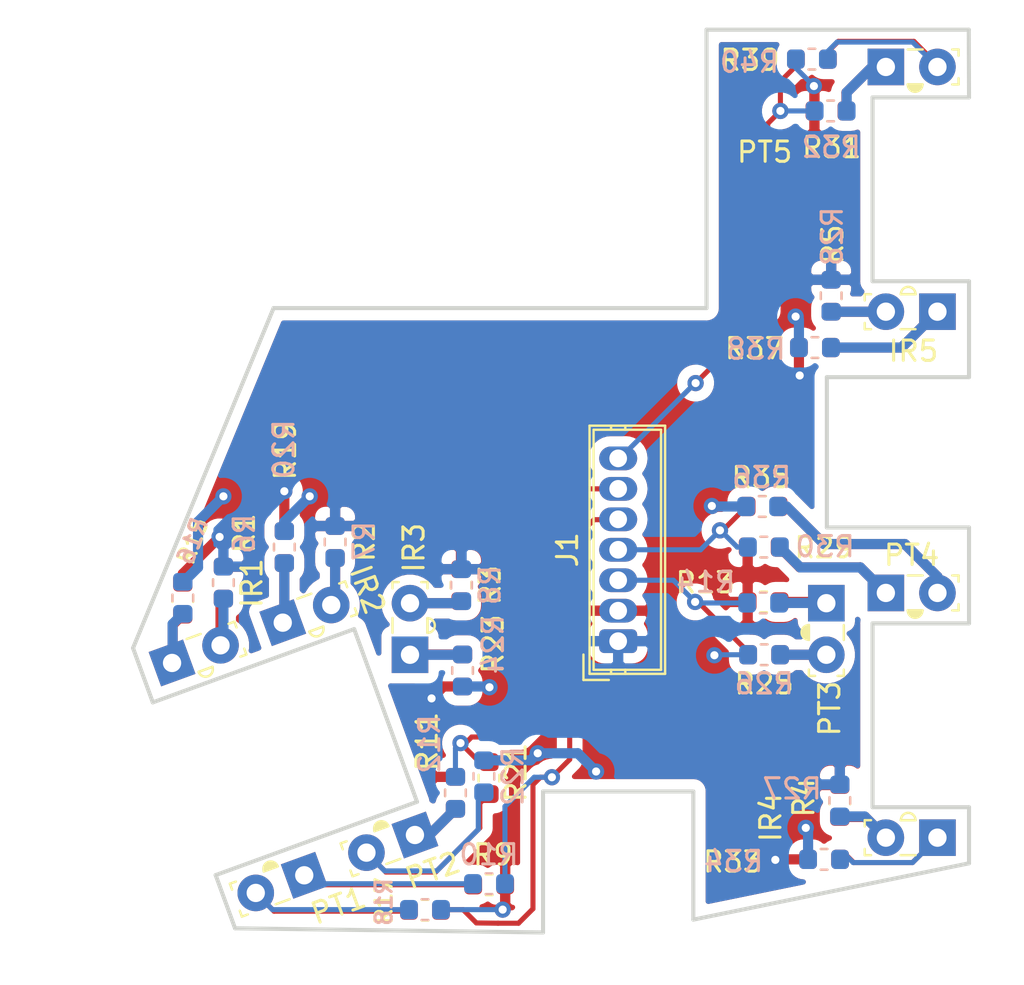
<source format=kicad_pcb>
(kicad_pcb (version 20171130) (host pcbnew 5.1.9+dfsg1-1~bpo10+1)
  (layers (0 F.Cu signal) (31 B.Cu signal) (34 B.Paste user) (35 F.Paste user) (36 B.SilkS user) (37 F.SilkS user) (38 B.Mask user) (39 F.Mask user) (44 Edge.Cuts user))
  (net 0 "")
  (net 1 +5V)
  (net 2 "Net-(IR1-Pad1)")
  (net 3 "Net-(IR2-Pad1)")
  (net 4 "Net-(IR3-Pad1)")
  (net 5 "Net-(IR4-Pad1)")
  (net 6 "Net-(IR5-Pad1)")
  (net 7 GND)
  (net 8 "Net-(IR1-Pad2)")
  (net 9 "Net-(IR2-Pad2)")
  (net 10 "Net-(IR3-Pad2)")
  (net 11 "Net-(IR4-Pad2)")
  (net 12 "Net-(IR5-Pad2)")
  (net 13 /C2)
  (net 14 /C3)
  (net 15 /C4)
  (net 16 /C5)
  (net 17 "Net-(PT1-Pad1)")
  (net 18 "Net-(PT1-Pad2)")
  (net 19 "Net-(PT2-Pad1)")
  (net 20 "Net-(PT2-Pad2)")
  (net 21 "Net-(PT3-Pad1)")
  (net 22 "Net-(PT3-Pad2)")
  (net 23 "Net-(PT4-Pad1)")
  (net 24 "Net-(PT4-Pad2)")
  (net 25 "Net-(PT5-Pad1)")
  (net 26 "Net-(PT5-Pad2)")
  (net 27 /C1)
  (module lalboard:PT908-7C-F (layer F.Cu) (at 134.794126 148.709622 200)
    (fp_text reference PT2 (at -0.230171 -1.94019 20) (layer F.SilkS))
    (fp_text value PT908-7B-F)
    (pad 1 thru_hole rect (at 0 0 200) (size 1.8 1.8) (drill 0.9) (layers *.Cu *.Mask) (net 19 "Net-(PT2-Pad1)"))
    (pad 2 thru_hole circle (at 2.54 0 200) (size 1.8 1.8) (drill 0.9) (layers *.Cu *.Mask) (net 20 "Net-(PT2-Pad2)"))
  )
  (module Resistor_SMD:R_0603_1608Metric (layer B.Cu) (at 154.339 110.509081 180)
    (fp_text reference R40 (at 3.075 -0.15) (layer B.SilkS) (effects (justify mirror)))
    (fp_text value 0)
    (pad 2 smd roundrect (at 0.7875 0 180) (size 0.875 0.95) (layers B.Cu B.Paste B.Mask) (net 1 +5V))
    (pad 1 smd roundrect (at -0.7875 0 180) (size 0.875 0.95) (layers B.Cu B.Paste B.Mask) (net 26 "Net-(PT5-Pad2)"))
  )
  (module Resistor_SMD:R_0603_1608Metric (layer F.Cu) (at 154.339 110.509081 180)
    (fp_text reference R39 (at 3.05 -0.05) (layer F.SilkS))
    (fp_text value 0)
    (pad 2 smd roundrect (at 0.7875 0 180) (size 0.875 0.95) (layers F.Cu F.Paste F.Mask) (net 16 /C5))
    (pad 1 smd roundrect (at -0.7875 0 180) (size 0.875 0.95) (layers F.Cu F.Paste F.Mask) (net 26 "Net-(PT5-Pad2)"))
  )
  (module Resistor_SMD:R_0603_1608Metric (layer B.Cu) (at 154.489 124.709081 180)
    (fp_text reference R38 (at 2.9 -0.075) (layer B.SilkS) (effects (justify mirror)))
    (fp_text value 150)
    (pad 2 smd roundrect (at 0.7875 0 180) (size 0.875 0.95) (layers B.Cu B.Paste B.Mask) (net 1 +5V))
    (pad 1 smd roundrect (at -0.7875 0 180) (size 0.875 0.95) (layers B.Cu B.Paste B.Mask) (net 6 "Net-(IR5-Pad1)"))
  )
  (module Resistor_SMD:R_0603_1608Metric (layer F.Cu) (at 154.489 124.709081 180)
    (fp_text reference R37 (at 2.975 -0.05) (layer F.SilkS))
    (fp_text value 0)
    (pad 2 smd roundrect (at 0.7875 0 180) (size 0.875 0.95) (layers F.Cu F.Paste F.Mask) (net 7 GND))
    (pad 1 smd roundrect (at -0.7875 0 180) (size 0.875 0.95) (layers F.Cu F.Paste F.Mask) (net 6 "Net-(IR5-Pad1)"))
  )
  (module Resistor_SMD:R_0603_1608Metric (layer B.Cu) (at 151.889 132.534081 180)
    (fp_text reference R36 (at 0.025 1.43) (layer B.SilkS) (effects (justify mirror)))
    (fp_text value 0)
    (pad 2 smd roundrect (at 0.7875 0 180) (size 0.875 0.95) (layers B.Cu B.Paste B.Mask) (net 1 +5V))
    (pad 1 smd roundrect (at -0.7875 0 180) (size 0.875 0.95) (layers B.Cu B.Paste B.Mask) (net 24 "Net-(PT4-Pad2)"))
  )
  (module Resistor_SMD:R_0603_1608Metric (layer F.Cu) (at 151.914 132.534081 180)
    (fp_text reference R35 (at 0.075 1.425) (layer F.SilkS))
    (fp_text value 0)
    (pad 2 smd roundrect (at 0.7875 0 180) (size 0.875 0.95) (layers F.Cu F.Paste F.Mask) (net 15 /C4))
    (pad 1 smd roundrect (at -0.7875 0 180) (size 0.875 0.95) (layers F.Cu F.Paste F.Mask) (net 24 "Net-(PT4-Pad2)"))
  )
  (module Resistor_SMD:R_0603_1608Metric (layer B.Cu) (at 154.939 149.909081 180)
    (fp_text reference R34 (at 4.45 -0.1) (layer B.SilkS) (effects (justify mirror)))
    (fp_text value 150)
    (pad 2 smd roundrect (at 0.7875 0 180) (size 0.875 0.95) (layers B.Cu B.Paste B.Mask) (net 1 +5V))
    (pad 1 smd roundrect (at -0.7875 0 180) (size 0.875 0.95) (layers B.Cu B.Paste B.Mask) (net 5 "Net-(IR4-Pad1)"))
  )
  (module Resistor_SMD:R_0603_1608Metric (layer F.Cu) (at 154.939 149.909081 180)
    (fp_text reference R33 (at 4.5 -0.125) (layer F.SilkS))
    (fp_text value 0)
    (pad 2 smd roundrect (at 0.7875 0 180) (size 0.875 0.95) (layers F.Cu F.Paste F.Mask) (net 7 GND))
    (pad 1 smd roundrect (at -0.7875 0 180) (size 0.875 0.95) (layers F.Cu F.Paste F.Mask) (net 5 "Net-(IR4-Pad1)"))
  )
  (module Resistor_SMD:R_0603_1608Metric (layer B.Cu) (at 155.264 113.059081)
    (fp_text reference R32 (at 0.025 1.775) (layer B.SilkS) (effects (justify mirror)))
    (fp_text value 0)
    (pad 2 smd roundrect (at 0.7875 0) (size 0.875 0.95) (layers B.Cu B.Paste B.Mask) (net 25 "Net-(PT5-Pad1)"))
    (pad 1 smd roundrect (at -0.7875 0) (size 0.875 0.95) (layers B.Cu B.Paste B.Mask) (net 16 /C5))
  )
  (module Resistor_SMD:R_0603_1608Metric (layer F.Cu) (at 155.2515 113.059081)
    (fp_text reference R31 (at 0.0625 1.8) (layer F.SilkS))
    (fp_text value 0)
    (pad 2 smd roundrect (at 0.7875 0) (size 0.875 0.95) (layers F.Cu F.Paste F.Mask) (net 25 "Net-(PT5-Pad1)"))
    (pad 1 smd roundrect (at -0.7875 0) (size 0.875 0.95) (layers F.Cu F.Paste F.Mask) (net 1 +5V))
  )
  (module Resistor_SMD:R_0603_1608Metric (layer B.Cu) (at 151.9765 134.534081)
    (fp_text reference R30 (at 3.0125 -0.025) (layer B.SilkS) (effects (justify mirror)))
    (fp_text value 0)
    (pad 2 smd roundrect (at 0.7875 0) (size 0.875 0.95) (layers B.Cu B.Paste B.Mask) (net 23 "Net-(PT4-Pad1)"))
    (pad 1 smd roundrect (at -0.7875 0) (size 0.875 0.95) (layers B.Cu B.Paste B.Mask) (net 15 /C4))
  )
  (module Resistor_SMD:R_0603_1608Metric (layer F.Cu) (at 151.964 134.534081)
    (fp_text reference R29 (at 2.975 0.025) (layer F.SilkS))
    (fp_text value 0)
    (pad 2 smd roundrect (at 0.7875 0) (size 0.875 0.95) (layers F.Cu F.Paste F.Mask) (net 23 "Net-(PT4-Pad1)"))
    (pad 1 smd roundrect (at -0.7875 0) (size 0.875 0.95) (layers F.Cu F.Paste F.Mask) (net 1 +5V))
  )
  (module Resistor_SMD:R_0603_1608Metric (layer B.Cu) (at 155.289 122.159081 270)
    (fp_text reference R28 (at -2.925 -0.05 90) (layer B.SilkS) (effects (justify mirror)))
    (fp_text value 0)
    (pad 2 smd roundrect (at 0.7875 0 270) (size 0.875 0.95) (layers B.Cu B.Paste B.Mask) (net 12 "Net-(IR5-Pad2)"))
    (pad 1 smd roundrect (at -0.7875 0 270) (size 0.875 0.95) (layers B.Cu B.Paste B.Mask) (net 7 GND))
  )
  (module Resistor_SMD:R_0603_1608Metric (layer B.Cu) (at 155.714 147.009081 270)
    (fp_text reference R27 (at -0.575 2.35 180) (layer B.SilkS) (effects (justify mirror)))
    (fp_text value 0)
    (pad 2 smd roundrect (at 0.7875 0 270) (size 0.875 0.95) (layers B.Cu B.Paste B.Mask) (net 11 "Net-(IR4-Pad2)"))
    (pad 1 smd roundrect (at -0.7875 0 270) (size 0.875 0.95) (layers B.Cu B.Paste B.Mask) (net 7 GND))
  )
  (module Resistor_SMD:R_0603_1608Metric (layer B.Cu) (at 151.989 139.834081 180)
    (fp_text reference R26 (at 0 -1.425) (layer B.SilkS) (effects (justify mirror)))
    (fp_text value 0)
    (pad 2 smd roundrect (at 0.7875 0 180) (size 0.875 0.95) (layers B.Cu B.Paste B.Mask) (net 1 +5V))
    (pad 1 smd roundrect (at -0.7875 0 180) (size 0.875 0.95) (layers B.Cu B.Paste B.Mask) (net 22 "Net-(PT3-Pad2)"))
  )
  (module Resistor_SMD:R_0603_1608Metric (layer F.Cu) (at 151.989 139.834081 180)
    (fp_text reference R25 (at 0 -1.43) (layer F.SilkS))
    (fp_text value 0)
    (pad 2 smd roundrect (at 0.7875 0 180) (size 0.875 0.95) (layers F.Cu F.Paste F.Mask) (net 14 /C3))
    (pad 1 smd roundrect (at -0.7875 0 180) (size 0.875 0.95) (layers F.Cu F.Paste F.Mask) (net 22 "Net-(PT3-Pad2)"))
  )
  (module Resistor_SMD:R_0603_1608Metric (layer B.Cu) (at 137.139 140.609081 270)
    (fp_text reference R24 (at -1.275 -1.5 90) (layer B.SilkS) (effects (justify mirror)))
    (fp_text value 150)
    (pad 2 smd roundrect (at 0.7875 0 270) (size 0.875 0.95) (layers B.Cu B.Paste B.Mask) (net 1 +5V))
    (pad 1 smd roundrect (at -0.7875 0 270) (size 0.875 0.95) (layers B.Cu B.Paste B.Mask) (net 4 "Net-(IR3-Pad1)"))
  )
  (module Resistor_SMD:R_0603_1608Metric (layer F.Cu) (at 137.139 140.609081 270)
    (fp_text reference R23 (at -1.3 -1.5 90) (layer F.SilkS))
    (fp_text value 0)
    (pad 2 smd roundrect (at 0.7875 0 270) (size 0.875 0.95) (layers F.Cu F.Paste F.Mask) (net 7 GND))
    (pad 1 smd roundrect (at -0.7875 0 270) (size 0.875 0.95) (layers F.Cu F.Paste F.Mask) (net 4 "Net-(IR3-Pad1)"))
  )
  (module Resistor_SMD:R_0603_1608Metric (layer B.Cu) (at 138.189 145.821581 90)
    (fp_text reference R22 (at 0 1.43 90) (layer B.SilkS) (effects (justify mirror)))
    (fp_text value 0)
    (pad 2 smd roundrect (at 0.7875 0 90) (size 0.875 0.95) (layers B.Cu B.Paste B.Mask) (net 1 +5V))
    (pad 1 smd roundrect (at -0.7875 0 90) (size 0.875 0.95) (layers B.Cu B.Paste B.Mask) (net 20 "Net-(PT2-Pad2)"))
  )
  (module Resistor_SMD:R_0603_1608Metric (layer F.Cu) (at 138.439 145.909081 90)
    (fp_text reference R21 (at 0.275 1.325 90) (layer F.SilkS))
    (fp_text value 0)
    (pad 2 smd roundrect (at 0.7875 0 90) (size 0.875 0.95) (layers F.Cu F.Paste F.Mask) (net 13 /C2))
    (pad 1 smd roundrect (at -0.7875 0 90) (size 0.875 0.95) (layers F.Cu F.Paste F.Mask) (net 20 "Net-(PT2-Pad2)"))
  )
  (module Resistor_SMD:R_0603_1608Metric (layer B.Cu) (at 128.364 134.534081 90)
    (fp_text reference R20 (at 4.825 -0.025 270) (layer B.SilkS) (effects (justify mirror)))
    (fp_text value 150)
    (pad 2 smd roundrect (at 0.7875 0 90) (size 0.875 0.95) (layers B.Cu B.Paste B.Mask) (net 1 +5V))
    (pad 1 smd roundrect (at -0.7875 0 90) (size 0.875 0.95) (layers B.Cu B.Paste B.Mask) (net 3 "Net-(IR2-Pad1)"))
  )
  (module Resistor_SMD:R_0603_1608Metric (layer F.Cu) (at 128.364 134.534081 90)
    (fp_text reference R19 (at 4.75 0.05 90) (layer F.SilkS))
    (fp_text value 0)
    (pad 2 smd roundrect (at 0.7875 0 90) (size 0.875 0.95) (layers F.Cu F.Paste F.Mask) (net 7 GND))
    (pad 1 smd roundrect (at -0.7875 0 90) (size 0.875 0.95) (layers F.Cu F.Paste F.Mask) (net 3 "Net-(IR2-Pad1)"))
  )
  (module Resistor_SMD:R_0603_1608Metric (layer B.Cu) (at 135.289 152.384081)
    (fp_text reference R18 (at -2.025 -0.375 90) (layer B.SilkS) (effects (font (size 0.8 0.8)) (justify mirror)))
    (fp_text value 0)
    (pad 2 smd roundrect (at 0.7875 0) (size 0.875 0.95) (layers B.Cu B.Paste B.Mask) (net 1 +5V))
    (pad 1 smd roundrect (at -0.7875 0) (size 0.875 0.95) (layers B.Cu B.Paste B.Mask) (net 18 "Net-(PT1-Pad2)"))
  )
  (module Resistor_SMD:R_0603_1608Metric (layer F.Cu) (at 135.289 152.409081)
    (fp_text reference R17 (at -2.025 -0.45 90) (layer F.SilkS) (effects (font (size 0.8 0.8))))
    (fp_text value 0)
    (pad 2 smd roundrect (at 0.7875 0) (size 0.875 0.95) (layers F.Cu F.Paste F.Mask) (net 27 /C1))
    (pad 1 smd roundrect (at -0.7875 0) (size 0.875 0.95) (layers F.Cu F.Paste F.Mask) (net 18 "Net-(PT1-Pad2)"))
  )
  (module Resistor_SMD:R_0603_1608Metric (layer B.Cu) (at 123.364 137.034081 90)
    (fp_text reference R16 (at 2.8 0.475 250) (layer B.SilkS) (effects (font (size 0.8 0.8)) (justify mirror)))
    (fp_text value 150)
    (pad 2 smd roundrect (at 0.7875 0 90) (size 0.875 0.95) (layers B.Cu B.Paste B.Mask) (net 1 +5V))
    (pad 1 smd roundrect (at -0.7875 0 90) (size 0.875 0.95) (layers B.Cu B.Paste B.Mask) (net 2 "Net-(IR1-Pad1)"))
  )
  (module Resistor_SMD:R_0603_1608Metric (layer F.Cu) (at 123.364 137.071581 90)
    (fp_text reference R15 (at 2.8375 0.5 250) (layer F.SilkS) (effects (font (size 0.8 0.8))))
    (fp_text value 0)
    (pad 2 smd roundrect (at 0.7875 0 90) (size 0.875 0.95) (layers F.Cu F.Paste F.Mask) (net 7 GND))
    (pad 1 smd roundrect (at -0.7875 0 90) (size 0.875 0.95) (layers F.Cu F.Paste F.Mask) (net 2 "Net-(IR1-Pad1)"))
  )
  (module Resistor_SMD:R_0603_1608Metric (layer B.Cu) (at 151.939 137.284081)
    (fp_text reference R14 (at -2.825 -1.025) (layer B.SilkS) (effects (justify mirror)))
    (fp_text value 0)
    (pad 2 smd roundrect (at 0.7875 0) (size 0.875 0.95) (layers B.Cu B.Paste B.Mask) (net 21 "Net-(PT3-Pad1)"))
    (pad 1 smd roundrect (at -0.7875 0) (size 0.875 0.95) (layers B.Cu B.Paste B.Mask) (net 14 /C3))
  )
  (module Resistor_SMD:R_0603_1608Metric (layer F.Cu) (at 151.964 137.234081)
    (fp_text reference R13 (at -2.875 -0.95) (layer F.SilkS))
    (fp_text value 0)
    (pad 2 smd roundrect (at 0.7875 0) (size 0.875 0.95) (layers F.Cu F.Paste F.Mask) (net 21 "Net-(PT3-Pad1)"))
    (pad 1 smd roundrect (at -0.7875 0) (size 0.875 0.95) (layers F.Cu F.Paste F.Mask) (net 1 +5V))
  )
  (module Resistor_SMD:R_0603_1608Metric (layer B.Cu) (at 136.789 146.634081 270)
    (fp_text reference R12 (at -2.4 1.275 90) (layer B.SilkS) (effects (justify mirror)))
    (fp_text value 0)
    (pad 2 smd roundrect (at 0.7875 0 270) (size 0.875 0.95) (layers B.Cu B.Paste B.Mask) (net 19 "Net-(PT2-Pad1)"))
    (pad 1 smd roundrect (at -0.7875 0 270) (size 0.875 0.95) (layers B.Cu B.Paste B.Mask) (net 13 /C2))
  )
  (module Resistor_SMD:R_0603_1608Metric (layer F.Cu) (at 136.789 146.634081 270)
    (fp_text reference R11 (at -2.525 1.4 90) (layer F.SilkS))
    (fp_text value 0)
    (pad 2 smd roundrect (at 0.7875 0 270) (size 0.875 0.95) (layers F.Cu F.Paste F.Mask) (net 19 "Net-(PT2-Pad1)"))
    (pad 1 smd roundrect (at -0.7875 0 270) (size 0.875 0.95) (layers F.Cu F.Paste F.Mask) (net 1 +5V))
  )
  (module Resistor_SMD:R_0603_1608Metric (layer B.Cu) (at 138.439 151.109081 180)
    (fp_text reference R10 (at 0 1.43) (layer B.SilkS) (effects (justify mirror)))
    (fp_text value 0)
    (pad 2 smd roundrect (at 0.7875 0 180) (size 0.875 0.95) (layers B.Cu B.Paste B.Mask) (net 17 "Net-(PT1-Pad1)"))
    (pad 1 smd roundrect (at -0.7875 0 180) (size 0.875 0.95) (layers B.Cu B.Paste B.Mask) (net 27 /C1))
  )
  (module Resistor_SMD:R_0603_1608Metric (layer F.Cu) (at 138.4515 151.159081 180)
    (fp_text reference R9 (at -0.1875 1.475) (layer F.SilkS))
    (fp_text value 0)
    (pad 2 smd roundrect (at 0.7875 0 180) (size 0.875 0.95) (layers F.Cu F.Paste F.Mask) (net 17 "Net-(PT1-Pad1)"))
    (pad 1 smd roundrect (at -0.7875 0 180) (size 0.875 0.95) (layers F.Cu F.Paste F.Mask) (net 1 +5V))
  )
  (module Resistor_SMD:R_0603_1608Metric (layer B.Cu) (at 137.089 136.409081 270)
    (fp_text reference R8 (at 0 -1.4 90) (layer B.SilkS) (effects (justify mirror)))
    (fp_text value 0)
    (pad 2 smd roundrect (at 0.7875 0 270) (size 0.875 0.95) (layers B.Cu B.Paste B.Mask) (net 10 "Net-(IR3-Pad2)"))
    (pad 1 smd roundrect (at -0.7875 0 270) (size 0.875 0.95) (layers B.Cu B.Paste B.Mask) (net 7 GND))
  )
  (module Resistor_SMD:R_0603_1608Metric (layer B.Cu) (at 130.864 134.284081 270)
    (fp_text reference R7 (at -0.05 -1.425 90) (layer B.SilkS) (effects (justify mirror)))
    (fp_text value 0)
    (pad 2 smd roundrect (at 0.7875 0 270) (size 0.875 0.95) (layers B.Cu B.Paste B.Mask) (net 9 "Net-(IR2-Pad2)"))
    (pad 1 smd roundrect (at -0.7875 0 270) (size 0.875 0.95) (layers B.Cu B.Paste B.Mask) (net 7 GND))
  )
  (module Resistor_SMD:R_0603_1608Metric (layer B.Cu) (at 125.364 136.284081 270)
    (fp_text reference R6 (at -2.4 -1.025 270) (layer B.SilkS) (effects (justify mirror)))
    (fp_text value 0)
    (pad 2 smd roundrect (at 0.7875 0 270) (size 0.875 0.95) (layers B.Cu B.Paste B.Mask) (net 8 "Net-(IR1-Pad2)"))
    (pad 1 smd roundrect (at -0.7875 0 270) (size 0.875 0.95) (layers B.Cu B.Paste B.Mask) (net 7 GND))
  )
  (module Resistor_SMD:R_0603_1608Metric (layer F.Cu) (at 155.289 122.159081 270)
    (fp_text reference R5 (at -2.525 -0.075 90) (layer F.SilkS))
    (fp_text value 150)
    (pad 2 smd roundrect (at 0.7875 0 270) (size 0.875 0.95) (layers F.Cu F.Paste F.Mask) (net 12 "Net-(IR5-Pad2)"))
    (pad 1 smd roundrect (at -0.7875 0 270) (size 0.875 0.95) (layers F.Cu F.Paste F.Mask) (net 1 +5V))
  )
  (module Resistor_SMD:R_0603_1608Metric (layer F.Cu) (at 155.714 147.034081 270)
    (fp_text reference R4 (at -0.175 1.775 90) (layer F.SilkS))
    (fp_text value 150)
    (pad 2 smd roundrect (at 0.7875 0 270) (size 0.875 0.95) (layers F.Cu F.Paste F.Mask) (net 11 "Net-(IR4-Pad2)"))
    (pad 1 smd roundrect (at -0.7875 0 270) (size 0.875 0.95) (layers F.Cu F.Paste F.Mask) (net 1 +5V))
  )
  (module Resistor_SMD:R_0603_1608Metric (layer F.Cu) (at 137.064 136.409081 270)
    (fp_text reference R3 (at 0 -1.43 90) (layer F.SilkS))
    (fp_text value 150)
    (pad 2 smd roundrect (at 0.7875 0 270) (size 0.875 0.95) (layers F.Cu F.Paste F.Mask) (net 10 "Net-(IR3-Pad2)"))
    (pad 1 smd roundrect (at -0.7875 0 270) (size 0.875 0.95) (layers F.Cu F.Paste F.Mask) (net 1 +5V))
  )
  (module Resistor_SMD:R_0603_1608Metric (layer F.Cu) (at 130.864 134.284081 270)
    (fp_text reference R2 (at 0 -1.43 90) (layer F.SilkS))
    (fp_text value 150)
    (pad 2 smd roundrect (at 0.7875 0 270) (size 0.875 0.95) (layers F.Cu F.Paste F.Mask) (net 9 "Net-(IR2-Pad2)"))
    (pad 1 smd roundrect (at -0.7875 0 270) (size 0.875 0.95) (layers F.Cu F.Paste F.Mask) (net 1 +5V))
  )
  (module Resistor_SMD:R_0603_1608Metric (layer F.Cu) (at 125.364 136.284081 270)
    (fp_text reference R1 (at -2.425 -1.025 90) (layer F.SilkS))
    (fp_text value 150)
    (pad 2 smd roundrect (at 0.7875 0 270) (size 0.875 0.95) (layers F.Cu F.Paste F.Mask) (net 8 "Net-(IR1-Pad2)"))
    (pad 1 smd roundrect (at -0.7875 0 270) (size 0.875 0.95) (layers F.Cu F.Paste F.Mask) (net 1 +5V))
  )
  (module lalboard:PT908-7C-F (layer F.Cu) (at 157.981261 110.893053)
    (fp_text reference PT5 (at -5.967261 4.191028) (layer F.SilkS))
    (fp_text value PT908-7B-F)
    (pad 1 thru_hole rect (at 0 0) (size 1.8 1.8) (drill 0.9) (layers *.Cu *.Mask) (net 25 "Net-(PT5-Pad1)"))
    (pad 2 thru_hole circle (at 2.54 0) (size 1.8 1.8) (drill 0.9) (layers *.Cu *.Mask) (net 26 "Net-(PT5-Pad2)"))
  )
  (module lalboard:PT908-7C-F (layer F.Cu) (at 157.981261 136.790971)
    (fp_text reference PT4 (at 1.27 -1.86) (layer F.SilkS))
    (fp_text value PT908-7B-F)
    (pad 1 thru_hole rect (at 0 0) (size 1.8 1.8) (drill 0.9) (layers *.Cu *.Mask) (net 23 "Net-(PT4-Pad1)"))
    (pad 2 thru_hole circle (at 2.54 0) (size 1.8 1.8) (drill 0.9) (layers *.Cu *.Mask) (net 24 "Net-(PT4-Pad2)"))
  )
  (module lalboard:PT908-7C-F (layer F.Cu) (at 155.051261 137.295972 270)
    (fp_text reference PT3 (at 5.188109 -0.162739 90) (layer F.SilkS))
    (fp_text value PT908-7B-F)
    (pad 1 thru_hole rect (at 0 0 270) (size 1.8 1.8) (drill 0.9) (layers *.Cu *.Mask) (net 21 "Net-(PT3-Pad1)"))
    (pad 2 thru_hole circle (at 2.54 0 270) (size 1.8 1.8) (drill 0.9) (layers *.Cu *.Mask) (net 22 "Net-(PT3-Pad2)"))
  )
  (module lalboard:PT908-7C-F (layer F.Cu) (at 129.343911 150.693339 200)
    (fp_text reference PT1 (at -1.068903 -1.975464 20) (layer F.SilkS))
    (fp_text value PT908-7B-F)
    (pad 1 thru_hole rect (at 0 0 200) (size 1.8 1.8) (drill 0.9) (layers *.Cu *.Mask) (net 17 "Net-(PT1-Pad1)"))
    (pad 2 thru_hole circle (at 2.54 0 200) (size 1.8 1.8) (drill 0.9) (layers *.Cu *.Mask) (net 18 "Net-(PT1-Pad2)"))
  )
  (module lalboard:IR908-7C-F (layer F.Cu) (at 160.521262 122.943051 180)
    (fp_text reference IR5 (at 1.182262 -1.94103) (layer F.SilkS))
    (fp_text value IR908-7C-F)
    (pad 1 thru_hole rect (at 0 0 180) (size 1.8 1.8) (drill 0.9) (layers *.Cu *.Mask) (net 6 "Net-(IR5-Pad1)"))
    (pad 2 thru_hole circle (at 2.54 0 180) (size 1.8 1.8) (drill 0.9) (layers *.Cu *.Mask) (net 12 "Net-(IR5-Pad2)"))
  )
  (module lalboard:IR908-7C-F (layer F.Cu) (at 160.521261 148.84097 180)
    (fp_text reference IR4 (at 8.207261 1.006889 90) (layer F.SilkS))
    (fp_text value IR908-7C-F)
    (pad 1 thru_hole rect (at 0 0 180) (size 1.8 1.8) (drill 0.9) (layers *.Cu *.Mask) (net 5 "Net-(IR4-Pad1)"))
    (pad 2 thru_hole circle (at 2.54 0 180) (size 1.8 1.8) (drill 0.9) (layers *.Cu *.Mask) (net 11 "Net-(IR4-Pad2)"))
  )
  (module lalboard:IR908-7C-F (layer F.Cu) (at 134.551261 139.835972 90)
    (fp_text reference IR3 (at 5.271891 0.192739 90) (layer F.SilkS))
    (fp_text value IR908-7C-F)
    (pad 1 thru_hole rect (at 0 0 90) (size 1.8 1.8) (drill 0.9) (layers *.Cu *.Mask) (net 4 "Net-(IR3-Pad1)"))
    (pad 2 thru_hole circle (at 2.54 0 90) (size 1.8 1.8) (drill 0.9) (layers *.Cu *.Mask) (net 10 "Net-(IR3-Pad2)"))
  )
  (module lalboard:IR908-7C-F (layer F.Cu) (at 128.285965 138.255056 20)
    (fp_text reference IR2 (at 4.480475 -0.094246 110) (layer F.SilkS))
    (fp_text value IR908-7C-F)
    (pad 1 thru_hole rect (at 0 0 20) (size 1.8 1.8) (drill 0.9) (layers *.Cu *.Mask) (net 3 "Net-(IR2-Pad1)"))
    (pad 2 thru_hole circle (at 2.54 0 20) (size 1.8 1.8) (drill 0.9) (layers *.Cu *.Mask) (net 9 "Net-(IR2-Pad2)"))
  )
  (module lalboard:IR908-7C-F (layer F.Cu) (at 122.835749 140.238774 20)
    (fp_text reference IR1 (at 5.035383 -2.349163 270) (layer F.SilkS))
    (fp_text value IR908-7C-F)
    (pad 1 thru_hole rect (at 0 0 20) (size 1.8 1.8) (drill 0.9) (layers *.Cu *.Mask) (net 2 "Net-(IR1-Pad1)"))
    (pad 2 thru_hole circle (at 2.54 0 20) (size 1.8 1.8) (drill 0.9) (layers *.Cu *.Mask) (net 8 "Net-(IR1-Pad2)"))
  )
  (module lalboard:JST_ZH_B7B-ZR_1x07_P1.50mm_Vertical (layer F.Cu) (at 144.80126 139.165973 90)
    (fp_text reference J1 (at 4.5 -2.5 90) (layer F.SilkS))
    (fp_text value Conn_01x07)
    (pad 7 thru_hole oval (at 9 0 90) (size 1.17 1.87) (drill 0.87) (layers *.Cu *.Mask) (net 16 /C5))
    (pad 6 thru_hole oval (at 7.5 0 90) (size 1.17 1.87) (drill 0.87) (layers *.Cu *.Mask) (net 13 /C2))
    (pad 5 thru_hole oval (at 6 0 90) (size 1.17 1.87) (drill 0.87) (layers *.Cu *.Mask) (net 27 /C1))
    (pad 4 thru_hole oval (at 4.5 0 90) (size 1.17 1.87) (drill 0.87) (layers *.Cu *.Mask) (net 15 /C4))
    (pad 3 thru_hole oval (at 3 0 90) (size 1.17 1.87) (drill 0.87) (layers *.Cu *.Mask) (net 14 /C3))
    (pad 2 thru_hole oval (at 1.5 0 90) (size 1.17 1.87) (drill 0.87) (layers *.Cu *.Mask) (net 1 +5V))
    (pad 1 thru_hole roundrect (at 0 0 90) (size 1.17 1.87) (drill 0.87) (layers *.Cu *.Mask) (roundrect_rratio 0.213675) (net 7 GND))
  )
  (gr_line (start 149.151261 109.059081) (end 149.151261 122.765961) (layer Edge.Cuts) (width 0.2))
  (gr_line (start 162.076261 112.393053) (end 162.064 109.059081) (layer Edge.Cuts) (width 0.2))
  (gr_line (start 157.326261 112.393052) (end 162.076261 112.393053) (layer Edge.Cuts) (width 0.2))
  (gr_line (start 157.326261 121.443046) (end 157.326261 112.393052) (layer Edge.Cuts) (width 0.2))
  (gr_line (start 162.07626 121.443043) (end 157.326261 121.443046) (layer Edge.Cuts) (width 0.2))
  (gr_line (start 162.076262 126.167022) (end 162.07626 121.443043) (layer Edge.Cuts) (width 0.2))
  (gr_curve (pts (xy 162.064 109.059081) (xy 157.755666 109.059081) (xy 153.447332 109.059082) (xy 149.151261 109.059081)) (layer Edge.Cuts) (width 0.2))
  (gr_line (start 155.076261 133.567021) (end 155.076261 126.167023) (layer Edge.Cuts) (width 0.2))
  (gr_curve (pts (xy 155.076261 126.167023) (xy 157.409593 126.167023) (xy 159.742928 126.167023) (xy 162.076262 126.167022)) (layer Edge.Cuts) (width 0.2))
  (gr_line (start 162.076261 138.290971) (end 162.07626 133.56702) (layer Edge.Cuts) (width 0.2))
  (gr_line (start 157.32626 138.290971) (end 162.076261 138.290971) (layer Edge.Cuts) (width 0.2))
  (gr_line (start 157.326261 147.340964) (end 157.32626 138.290971) (layer Edge.Cuts) (width 0.2))
  (gr_line (start 162.07626 147.340967) (end 157.326261 147.340964) (layer Edge.Cuts) (width 0.2))
  (gr_line (start 162.076261 150.102711) (end 162.07626 147.340967) (layer Edge.Cuts) (width 0.2))
  (gr_line (start 148.501261 152.87708) (end 162.076261 150.102711) (layer Edge.Cuts) (width 0.2))
  (gr_curve (pts (xy 162.07626 133.56702) (xy 159.742927 133.567019) (xy 157.409593 133.567021) (xy 155.076261 133.567021)) (layer Edge.Cuts) (width 0.2))
  (gr_line (start 141.101261 146.565974) (end 148.501261 146.565975) (layer Edge.Cuts) (width 0.2))
  (gr_curve (pts (xy 148.501261 146.565975) (xy 148.501261 148.669677) (xy 148.50126 150.773378) (xy 148.501261 152.87708)) (layer Edge.Cuts) (width 0.2))
  (gr_line (start 125.93604 153.303271) (end 141.101261 153.509433) (layer Edge.Cuts) (width 0.2))
  (gr_line (start 124.982837 150.684373) (end 125.93604 153.303271) (layer Edge.Cuts) (width 0.2))
  (gr_line (start 134.896595 147.076064) (end 124.982837 150.684373) (layer Edge.Cuts) (width 0.2))
  (gr_line (start 131.801313 138.571855) (end 134.896595 147.076064) (layer Edge.Cuts) (width 0.2))
  (gr_line (start 121.887553 142.180161) (end 131.801313 138.571855) (layer Edge.Cuts) (width 0.2))
  (gr_line (start 120.91372 139.504563) (end 121.887553 142.180161) (layer Edge.Cuts) (width 0.2))
  (gr_line (start 127.834425 122.765963) (end 120.91372 139.504563) (layer Edge.Cuts) (width 0.2))
  (gr_curve (pts (xy 141.101261 153.509433) (xy 141.101261 151.194938) (xy 141.101262 148.880469) (xy 141.101261 146.565974)) (layer Edge.Cuts) (width 0.2))
  (gr_curve (pts (xy 149.151261 122.765961) (xy 142.061583 122.765962) (xy 134.192883 122.765962) (xy 127.834425 122.765963)) (layer Edge.Cuts) (width 0.2))
  (via (at 125.364 132.034081) (size 0.8) (drill 0.4) (layers F.Cu B.Cu) (net 1))
  (segment (start 124.114 133.284081) (end 125.364 132.034081) (width 0.5) (layer B.Cu) (net 1))
  (segment (start 124.114 135.534081) (end 124.114 133.284081) (width 0.5) (layer B.Cu) (net 1))
  (segment (start 123.364 136.246581) (end 123.364 136.284081) (width 0.5) (layer B.Cu) (net 1))
  (segment (start 123.364 136.284081) (end 124.114 135.534081) (width 0.5) (layer B.Cu) (net 1))
  (segment (start 128.364 133.746581) (end 128.364 133.284081) (width 0.5) (layer B.Cu) (net 1))
  (via (at 129.614 132.034081) (size 0.8) (drill 0.4) (layers F.Cu B.Cu) (net 1))
  (segment (start 128.364 133.284081) (end 129.614 132.034081) (width 0.5) (layer B.Cu) (net 1))
  (segment (start 154.1515 148.471581) (end 154.039 148.359081) (width 0.5) (layer B.Cu) (net 1))
  (segment (start 154.1515 149.909081) (end 154.1515 148.471581) (width 0.5) (layer B.Cu) (net 1))
  (via (at 154.039 148.359081) (size 0.8) (drill 0.4) (layers F.Cu B.Cu) (net 1))
  (segment (start 153.7015 124.709081) (end 153.7015 123.346581) (width 0.5) (layer B.Cu) (net 1))
  (via (at 153.539 123.184081) (size 0.8) (drill 0.4) (layers F.Cu B.Cu) (net 1))
  (segment (start 153.7015 123.346581) (end 153.539 123.184081) (width 0.5) (layer B.Cu) (net 1))
  (via (at 138.464 141.434081) (size 0.8) (drill 0.4) (layers F.Cu B.Cu) (net 1))
  (segment (start 137.139 141.396581) (end 138.4265 141.396581) (width 0.5) (layer B.Cu) (net 1))
  (segment (start 138.4265 141.396581) (end 138.464 141.434081) (width 0.5) (layer B.Cu) (net 1))
  (via (at 149.539 139.859081) (size 0.8) (drill 0.4) (layers F.Cu B.Cu) (net 1))
  (segment (start 151.2015 139.834081) (end 149.564 139.834081) (width 0.25) (layer B.Cu) (net 1))
  (segment (start 149.564 139.834081) (end 149.539 139.859081) (width 0.25) (layer B.Cu) (net 1))
  (via (at 149.414 132.509081) (size 0.8) (drill 0.4) (layers F.Cu B.Cu) (net 1))
  (segment (start 151.1015 132.534081) (end 149.439 132.534081) (width 0.5) (layer B.Cu) (net 1))
  (segment (start 149.439 132.534081) (end 149.414 132.509081) (width 0.5) (layer B.Cu) (net 1))
  (via (at 140.839 144.684081) (size 0.8) (drill 0.4) (layers F.Cu B.Cu) (net 1))
  (segment (start 138.189 145.034081) (end 140.489 145.034081) (width 0.5) (layer B.Cu) (net 1))
  (segment (start 140.489 145.034081) (end 140.839 144.684081) (width 0.5) (layer B.Cu) (net 1))
  (segment (start 140.839 144.684081) (end 142.814 144.684081) (width 0.5) (layer B.Cu) (net 1))
  (via (at 143.714 145.584081) (size 0.8) (drill 0.4) (layers F.Cu B.Cu) (net 1))
  (segment (start 142.814 144.684081) (end 143.714 145.584081) (width 0.5) (layer B.Cu) (net 1))
  (via (at 154.439 111.834081) (size 0.8) (drill 0.4) (layers F.Cu B.Cu) (net 1))
  (segment (start 153.5515 110.509081) (end 153.5515 110.946581) (width 0.25) (layer B.Cu) (net 1))
  (segment (start 153.5515 110.946581) (end 154.439 111.834081) (width 0.25) (layer B.Cu) (net 1))
  (via (at 139.114 152.384081) (size 0.8) (drill 0.4) (layers F.Cu B.Cu) (net 1))
  (segment (start 139.139 152.384081) (end 139.22666 152.296421) (width 0.25) (layer B.Cu) (net 1))
  (segment (start 136.0765 152.384081) (end 139.139 152.384081) (width 0.25) (layer B.Cu) (net 1))
  (segment (start 139.239 152.259081) (end 139.114 152.384081) (width 0.25) (layer F.Cu) (net 1))
  (segment (start 139.239 151.159081) (end 139.239 152.259081) (width 0.25) (layer F.Cu) (net 1))
  (segment (start 122.864 140.210523) (end 122.835749 140.238774) (width 0.5) (layer F.Cu) (net 2))
  (segment (start 123.364 137.859081) (end 122.864 138.359081) (width 0.5) (layer F.Cu) (net 2))
  (segment (start 122.864 138.359081) (end 122.864 140.210523) (width 0.5) (layer F.Cu) (net 2))
  (segment (start 122.864 140.210523) (end 122.835749 140.238774) (width 0.5) (layer B.Cu) (net 2))
  (segment (start 123.364 137.821581) (end 122.864 138.321581) (width 0.5) (layer B.Cu) (net 2))
  (segment (start 122.864 138.321581) (end 122.864 140.210523) (width 0.5) (layer B.Cu) (net 2))
  (segment (start 128.364 138.177021) (end 128.285965 138.255056) (width 0.5) (layer F.Cu) (net 3))
  (segment (start 128.364 135.321581) (end 128.364 138.177021) (width 0.5) (layer F.Cu) (net 3))
  (segment (start 128.364 138.177021) (end 128.285965 138.255056) (width 0.5) (layer B.Cu) (net 3))
  (segment (start 128.364 135.321581) (end 128.364 138.177021) (width 0.5) (layer B.Cu) (net 3))
  (segment (start 137.124609 139.835972) (end 137.139 139.821581) (width 0.5) (layer B.Cu) (net 4))
  (segment (start 134.551261 139.835972) (end 137.124609 139.835972) (width 0.5) (layer B.Cu) (net 4))
  (segment (start 134.551261 139.835972) (end 134.551261 139.871342) (width 0.5) (layer F.Cu) (net 4))
  (segment (start 134.601022 139.821581) (end 137.139 139.821581) (width 0.5) (layer F.Cu) (net 4))
  (segment (start 134.551261 139.871342) (end 134.601022 139.821581) (width 0.5) (layer F.Cu) (net 4))
  (segment (start 159.29626 150.065971) (end 156.39589 150.065971) (width 0.25) (layer F.Cu) (net 5))
  (segment (start 160.521261 148.84097) (end 159.29626 150.065971) (width 0.25) (layer F.Cu) (net 5))
  (segment (start 156.39589 150.065971) (end 156.089 149.759081) (width 0.25) (layer F.Cu) (net 5))
  (segment (start 159.29626 150.065971) (end 156.37089 150.065971) (width 0.25) (layer B.Cu) (net 5))
  (segment (start 160.521261 148.84097) (end 159.29626 150.065971) (width 0.25) (layer B.Cu) (net 5))
  (segment (start 156.37089 150.065971) (end 156.039 149.734081) (width 0.25) (layer B.Cu) (net 5))
  (segment (start 158.755232 124.709081) (end 160.521262 122.943051) (width 0.5) (layer F.Cu) (net 6))
  (segment (start 155.2765 124.709081) (end 158.755232 124.709081) (width 0.5) (layer F.Cu) (net 6))
  (segment (start 158.755232 124.709081) (end 160.521262 122.943051) (width 0.5) (layer B.Cu) (net 6))
  (segment (start 155.2765 124.709081) (end 158.755232 124.709081) (width 0.5) (layer B.Cu) (net 6))
  (via (at 125.176476 134.034081) (size 0.8) (drill 0.4) (layers F.Cu B.Cu) (net 7))
  (segment (start 123.364 135.846557) (end 125.176476 134.034081) (width 0.5) (layer F.Cu) (net 7))
  (segment (start 123.364 136.284081) (end 123.364 135.846557) (width 0.5) (layer F.Cu) (net 7))
  (via (at 128.364 131.784081) (size 0.8) (drill 0.4) (layers F.Cu B.Cu) (net 7))
  (segment (start 128.364 133.746581) (end 128.364 131.784081) (width 0.5) (layer F.Cu) (net 7))
  (via (at 152.538998 149.934081) (size 0.8) (drill 0.4) (layers F.Cu B.Cu) (net 7))
  (segment (start 152.563998 149.909081) (end 152.538998 149.934081) (width 0.5) (layer F.Cu) (net 7))
  (segment (start 154.1515 149.909081) (end 152.563998 149.909081) (width 0.5) (layer F.Cu) (net 7))
  (via (at 135.614001 141.98408) (size 0.8) (drill 0.4) (layers F.Cu B.Cu) (net 7))
  (segment (start 136.2015 141.396581) (end 135.614001 141.98408) (width 0.5) (layer F.Cu) (net 7))
  (segment (start 137.139 141.396581) (end 136.2015 141.396581) (width 0.5) (layer F.Cu) (net 7))
  (via (at 153.739 126.084081) (size 0.8) (drill 0.4) (layers F.Cu B.Cu) (net 7))
  (segment (start 153.7015 126.046581) (end 153.739 126.084081) (width 0.5) (layer F.Cu) (net 7))
  (segment (start 153.7015 124.709081) (end 153.7015 126.046581) (width 0.5) (layer F.Cu) (net 7))
  (segment (start 125.222568 137.213013) (end 125.364 137.071581) (width 0.5) (layer F.Cu) (net 8))
  (segment (start 125.222568 139.370043) (end 125.222568 137.213013) (width 0.5) (layer F.Cu) (net 8))
  (segment (start 125.364 139.228611) (end 125.222568 139.370043) (width 0.5) (layer B.Cu) (net 8))
  (segment (start 125.364 137.071581) (end 125.364 139.228611) (width 0.5) (layer B.Cu) (net 8))
  (segment (start 130.864 137.195109) (end 130.672784 137.386325) (width 0.5) (layer F.Cu) (net 9))
  (segment (start 130.864 135.071581) (end 130.864 137.195109) (width 0.5) (layer F.Cu) (net 9))
  (segment (start 130.864 137.195109) (end 130.672784 137.386325) (width 0.5) (layer B.Cu) (net 9))
  (segment (start 130.864 135.071581) (end 130.864 137.195109) (width 0.5) (layer B.Cu) (net 9))
  (segment (start 136.964609 137.295972) (end 137.064 137.196581) (width 0.5) (layer F.Cu) (net 10))
  (segment (start 134.551261 137.295972) (end 136.964609 137.295972) (width 0.5) (layer F.Cu) (net 10))
  (segment (start 136.989609 137.295972) (end 137.089 137.196581) (width 0.5) (layer B.Cu) (net 10))
  (segment (start 134.551261 137.295972) (end 136.989609 137.295972) (width 0.5) (layer B.Cu) (net 10))
  (segment (start 156.936872 147.796581) (end 157.981261 148.84097) (width 0.5) (layer B.Cu) (net 11))
  (segment (start 155.714 147.796581) (end 156.936872 147.796581) (width 0.5) (layer B.Cu) (net 11))
  (segment (start 156.961872 147.821581) (end 157.981261 148.84097) (width 0.5) (layer F.Cu) (net 11))
  (segment (start 155.714 147.821581) (end 156.961872 147.821581) (width 0.5) (layer F.Cu) (net 11))
  (segment (start 157.977732 122.946581) (end 157.981262 122.943051) (width 0.5) (layer F.Cu) (net 12))
  (segment (start 155.289 122.946581) (end 157.977732 122.946581) (width 0.5) (layer F.Cu) (net 12))
  (segment (start 157.977732 122.946581) (end 157.981262 122.943051) (width 0.5) (layer B.Cu) (net 12))
  (segment (start 155.289 122.946581) (end 157.977732 122.946581) (width 0.5) (layer B.Cu) (net 12))
  (segment (start 136.789 145.846581) (end 136.789 144.434081) (width 0.25) (layer B.Cu) (net 13))
  (segment (start 136.789 144.434081) (end 137.039 144.184081) (width 0.25) (layer B.Cu) (net 13))
  (segment (start 137.9765 145.121581) (end 137.039 144.184081) (width 0.25) (layer F.Cu) (net 13))
  (via (at 137.039 144.184081) (size 0.8) (drill 0.4) (layers F.Cu B.Cu) (net 13))
  (segment (start 138.439 145.121581) (end 137.9765 145.121581) (width 0.25) (layer F.Cu) (net 13))
  (segment (start 137.039 144.184081) (end 137.214 144.009081) (width 0.25) (layer B.Cu) (net 13))
  (segment (start 142.907108 131.665973) (end 144.80126 131.665973) (width 0.25) (layer F.Cu) (net 13))
  (segment (start 140.864 133.709081) (end 142.907108 131.665973) (width 0.25) (layer F.Cu) (net 13))
  (segment (start 137.589 143.884081) (end 139.989 143.884081) (width 0.25) (layer F.Cu) (net 13))
  (segment (start 137.039 144.184081) (end 137.289 144.184081) (width 0.25) (layer F.Cu) (net 13))
  (segment (start 139.989 143.884081) (end 140.864 143.009081) (width 0.25) (layer F.Cu) (net 13))
  (segment (start 137.289 144.184081) (end 137.589 143.884081) (width 0.25) (layer F.Cu) (net 13))
  (segment (start 140.864 143.009081) (end 140.864 133.709081) (width 0.25) (layer F.Cu) (net 13))
  (segment (start 144.938208 134.665973) (end 144.80126 134.665973) (width 0.25) (layer F.Cu) (net 15))
  (segment (start 151.2015 139.834081) (end 151.189 139.834081) (width 0.25) (layer F.Cu) (net 14))
  (via (at 148.588999 137.23408) (size 0.8) (drill 0.4) (layers F.Cu B.Cu) (net 14))
  (segment (start 148.639 137.284081) (end 148.588999 137.23408) (width 0.25) (layer B.Cu) (net 14))
  (segment (start 151.1515 137.284081) (end 148.639 137.284081) (width 0.25) (layer B.Cu) (net 14))
  (segment (start 147.520892 136.165973) (end 144.80126 136.165973) (width 0.25) (layer B.Cu) (net 14))
  (segment (start 148.588999 137.23408) (end 147.520892 136.165973) (width 0.25) (layer B.Cu) (net 14))
  (segment (start 148.588999 137.23408) (end 148.739001 137.23408) (width 0.25) (layer F.Cu) (net 14))
  (segment (start 151.2015 139.696579) (end 151.2015 139.834081) (width 0.25) (layer F.Cu) (net 14))
  (segment (start 148.739001 137.23408) (end 151.2015 139.696579) (width 0.25) (layer F.Cu) (net 14))
  (segment (start 150.664 134.534081) (end 151.189 134.534081) (width 0.25) (layer B.Cu) (net 15))
  (segment (start 149.839 133.709081) (end 150.664 134.534081) (width 0.25) (layer B.Cu) (net 15))
  (segment (start 149.839 133.709081) (end 149.814 133.709081) (width 0.25) (layer B.Cu) (net 15))
  (segment (start 151.1265 132.534081) (end 149.9515 133.709081) (width 0.25) (layer F.Cu) (net 15))
  (segment (start 149.9515 133.709081) (end 149.814 133.709081) (width 0.25) (layer F.Cu) (net 15))
  (via (at 149.814 133.709081) (size 0.8) (drill 0.4) (layers F.Cu B.Cu) (net 15))
  (segment (start 148.857108 134.665973) (end 144.80126 134.665973) (width 0.25) (layer B.Cu) (net 15))
  (segment (start 149.814 133.709081) (end 148.857108 134.665973) (width 0.25) (layer B.Cu) (net 15))
  (segment (start 144.80126 130.165973) (end 144.80126 130.121821) (width 0.5) (layer B.Cu) (net 16))
  (segment (start 154.4765 113.059081) (end 152.789 113.059081) (width 0.25) (layer B.Cu) (net 16))
  (segment (start 153.5515 110.509081) (end 153.5515 110.846581) (width 0.25) (layer F.Cu) (net 16))
  (via (at 152.789 113.059081) (size 0.8) (drill 0.4) (layers F.Cu B.Cu) (net 16))
  (segment (start 153.5515 110.846581) (end 152.789 111.609081) (width 0.25) (layer F.Cu) (net 16))
  (segment (start 152.789 111.609081) (end 152.789 113.059081) (width 0.25) (layer F.Cu) (net 16))
  (via (at 148.614 126.459081) (size 0.8) (drill 0.4) (layers F.Cu B.Cu) (net 16))
  (segment (start 144.80126 130.165973) (end 144.882108 130.165973) (width 0.25) (layer B.Cu) (net 16))
  (segment (start 144.882108 130.165973) (end 148.589 126.459081) (width 0.25) (layer B.Cu) (net 16))
  (segment (start 148.589 126.459081) (end 148.614 126.459081) (width 0.25) (layer B.Cu) (net 16))
  (segment (start 152.164 122.909081) (end 148.614 126.459081) (width 0.25) (layer F.Cu) (net 16))
  (segment (start 152.789 113.059081) (end 152.164 113.684081) (width 0.25) (layer F.Cu) (net 16))
  (segment (start 152.164 113.684081) (end 152.164 122.909081) (width 0.25) (layer F.Cu) (net 16))
  (segment (start 129.809653 151.159081) (end 137.664 151.159081) (width 0.25) (layer F.Cu) (net 17))
  (segment (start 129.343911 150.693339) (end 129.809653 151.159081) (width 0.25) (layer F.Cu) (net 17))
  (segment (start 129.759653 151.109081) (end 137.6515 151.109081) (width 0.25) (layer B.Cu) (net 17))
  (segment (start 129.343911 150.693339) (end 129.759653 151.109081) (width 0.25) (layer B.Cu) (net 17))
  (segment (start 134.448512 152.462069) (end 134.5015 152.409081) (width 0.25) (layer F.Cu) (net 18))
  (segment (start 127.857091 152.462069) (end 134.448512 152.462069) (width 0.25) (layer F.Cu) (net 18))
  (segment (start 126.957092 151.56207) (end 127.857091 152.462069) (width 0.25) (layer F.Cu) (net 18))
  (segment (start 127.779103 152.384081) (end 134.5015 152.384081) (width 0.25) (layer B.Cu) (net 18))
  (segment (start 126.957092 151.56207) (end 127.779103 152.384081) (width 0.25) (layer B.Cu) (net 18))
  (segment (start 134.794126 148.709622) (end 135.500959 148.709622) (width 0.5) (layer F.Cu) (net 19))
  (segment (start 135.500959 148.709622) (end 136.789 147.421581) (width 0.5) (layer F.Cu) (net 19))
  (segment (start 135.500959 148.709622) (end 134.794126 148.709622) (width 0.5) (layer B.Cu) (net 19))
  (segment (start 136.789 147.421581) (end 135.500959 148.709622) (width 0.5) (layer B.Cu) (net 19))
  (segment (start 135.814 150.534081) (end 137.989 148.359081) (width 0.25) (layer F.Cu) (net 20))
  (segment (start 132.407307 149.578353) (end 133.363035 150.534081) (width 0.25) (layer F.Cu) (net 20))
  (segment (start 133.363035 150.534081) (end 135.814 150.534081) (width 0.25) (layer F.Cu) (net 20))
  (segment (start 137.914 146.859081) (end 138.139 146.634081) (width 0.25) (layer B.Cu) (net 20))
  (segment (start 137.914 148.434081) (end 137.914 146.859081) (width 0.25) (layer B.Cu) (net 20))
  (segment (start 135.869729 150.478352) (end 137.914 148.434081) (width 0.25) (layer B.Cu) (net 20))
  (segment (start 132.407307 149.578353) (end 133.307306 150.478352) (width 0.25) (layer B.Cu) (net 20))
  (segment (start 133.307306 150.478352) (end 135.869729 150.478352) (width 0.25) (layer B.Cu) (net 20))
  (segment (start 137.989 147.146581) (end 138.439 146.696581) (width 0.25) (layer F.Cu) (net 20))
  (segment (start 137.989 148.359081) (end 137.989 147.146581) (width 0.25) (layer F.Cu) (net 20))
  (segment (start 154.98937 137.234081) (end 155.051261 137.295972) (width 0.5) (layer F.Cu) (net 21))
  (segment (start 152.7515 137.234081) (end 154.98937 137.234081) (width 0.5) (layer F.Cu) (net 21))
  (segment (start 155.03937 137.284081) (end 155.051261 137.295972) (width 0.5) (layer B.Cu) (net 21))
  (segment (start 152.7265 137.284081) (end 155.03937 137.284081) (width 0.5) (layer B.Cu) (net 21))
  (segment (start 155.04937 139.834081) (end 155.051261 139.835972) (width 0.5) (layer F.Cu) (net 22))
  (segment (start 152.7765 139.834081) (end 155.04937 139.834081) (width 0.5) (layer F.Cu) (net 22))
  (segment (start 155.04937 139.834081) (end 155.051261 139.835972) (width 0.5) (layer B.Cu) (net 22))
  (segment (start 152.7765 139.834081) (end 155.04937 139.834081) (width 0.5) (layer B.Cu) (net 22))
  (segment (start 157.981261 136.790971) (end 156.724371 135.534081) (width 0.5) (layer F.Cu) (net 23))
  (segment (start 153.7515 135.534081) (end 152.7515 134.534081) (width 0.5) (layer F.Cu) (net 23))
  (segment (start 156.724371 135.534081) (end 153.7515 135.534081) (width 0.5) (layer F.Cu) (net 23))
  (segment (start 156.724371 135.534081) (end 157.981261 136.790971) (width 0.5) (layer B.Cu) (net 23))
  (segment (start 152.764 134.534081) (end 153.764 135.534081) (width 0.5) (layer B.Cu) (net 23))
  (segment (start 153.764 135.534081) (end 156.724371 135.534081) (width 0.5) (layer B.Cu) (net 23))
  (segment (start 154.939 134.384081) (end 153.089 132.534081) (width 0.5) (layer F.Cu) (net 24))
  (segment (start 153.089 132.534081) (end 152.7015 132.534081) (width 0.5) (layer F.Cu) (net 24))
  (segment (start 158.914 134.384081) (end 154.939 134.384081) (width 0.5) (layer F.Cu) (net 24))
  (segment (start 160.521261 136.790971) (end 160.521261 135.991342) (width 0.5) (layer F.Cu) (net 24))
  (segment (start 160.521261 135.991342) (end 158.914 134.384081) (width 0.5) (layer F.Cu) (net 24))
  (segment (start 158.914 134.384081) (end 160.521261 135.991342) (width 0.5) (layer B.Cu) (net 24))
  (segment (start 160.521261 135.991342) (end 160.521261 136.790971) (width 0.5) (layer B.Cu) (net 24))
  (segment (start 154.939 134.384081) (end 158.914 134.384081) (width 0.5) (layer B.Cu) (net 24))
  (segment (start 152.6765 132.534081) (end 153.089 132.534081) (width 0.5) (layer B.Cu) (net 24))
  (segment (start 153.089 132.534081) (end 154.939 134.384081) (width 0.5) (layer B.Cu) (net 24))
  (segment (start 157.305028 110.893053) (end 157.981261 110.893053) (width 0.5) (layer F.Cu) (net 25))
  (segment (start 156.039 113.059081) (end 156.039 112.159081) (width 0.5) (layer F.Cu) (net 25))
  (segment (start 156.039 112.159081) (end 157.305028 110.893053) (width 0.5) (layer F.Cu) (net 25))
  (segment (start 156.0515 112.146581) (end 156.0515 113.059081) (width 0.5) (layer B.Cu) (net 25))
  (segment (start 157.981261 110.893053) (end 157.305028 110.893053) (width 0.5) (layer B.Cu) (net 25))
  (segment (start 157.305028 110.893053) (end 156.0515 112.146581) (width 0.5) (layer B.Cu) (net 25))
  (segment (start 159.29626 109.668052) (end 155.580029 109.668052) (width 0.25) (layer B.Cu) (net 26))
  (segment (start 160.521261 110.893053) (end 159.29626 109.668052) (width 0.25) (layer B.Cu) (net 26))
  (segment (start 155.580029 109.668052) (end 154.914 110.334081) (width 0.25) (layer B.Cu) (net 26))
  (segment (start 159.364 109.634081) (end 155.639 109.634081) (width 0.25) (layer F.Cu) (net 26))
  (segment (start 155.639 109.634081) (end 154.889 110.384081) (width 0.25) (layer F.Cu) (net 26))
  (segment (start 160.521261 110.893053) (end 160.521261 110.791342) (width 0.25) (layer F.Cu) (net 26))
  (segment (start 160.521261 110.791342) (end 159.364 109.634081) (width 0.25) (layer F.Cu) (net 26))
  (via (at 141.539 145.865962) (size 0.8) (drill 0.4) (layers F.Cu B.Cu) (net 27))
  (segment (start 140.663427 145.865962) (end 141.539 145.865962) (width 0.25) (layer B.Cu) (net 27))
  (segment (start 139.2265 151.109081) (end 139.2265 147.302889) (width 0.25) (layer B.Cu) (net 27))
  (segment (start 139.2265 147.302889) (end 140.663427 145.865962) (width 0.25) (layer B.Cu) (net 27))
  (segment (start 144.783152 133.184081) (end 143.614 133.184081) (width 0.25) (layer F.Cu) (net 27))
  (segment (start 144.80126 133.165973) (end 144.783152 133.184081) (width 0.25) (layer F.Cu) (net 27))
  (segment (start 142.414 134.384081) (end 142.414 144.990962) (width 0.25) (layer F.Cu) (net 27))
  (segment (start 143.614 133.184081) (end 142.414 134.384081) (width 0.25) (layer F.Cu) (net 27))
  (segment (start 142.414 144.990962) (end 141.539 145.865962) (width 0.25) (layer F.Cu) (net 27))
  (segment (start 137.819691 153.039772) (end 137.164 152.384081) (width 0.25) (layer F.Cu) (net 27))
  (segment (start 138.88676 153.054279) (end 137.819691 153.039772) (width 0.25) (layer F.Cu) (net 27))
  (segment (start 139.893802 153.054279) (end 138.88676 153.054279) (width 0.25) (layer F.Cu) (net 27))
  (segment (start 140.605647 152.342434) (end 139.893802 153.054279) (width 0.25) (layer F.Cu) (net 27))
  (segment (start 136.1015 152.384081) (end 136.0765 152.409081) (width 0.25) (layer F.Cu) (net 27))
  (segment (start 137.164 152.384081) (end 136.1015 152.384081) (width 0.25) (layer F.Cu) (net 27))
  (segment (start 141.539 145.865962) (end 140.973315 145.865962) (width 0.25) (layer F.Cu) (net 27))
  (segment (start 140.973315 145.865962) (end 140.605647 146.23363) (width 0.25) (layer F.Cu) (net 27))
  (segment (start 140.605647 146.23363) (end 140.605647 152.342434) (width 0.25) (layer F.Cu) (net 27))
  (zone (net 7) (net_name GND) (layer B.Cu) (connect_pads (clearance 0.508)) (min_thickness 0.254) (fill yes (arc_segments 32) (thermal_gap 0.508) (thermal_bridge_width 0.508))
    (polygon (pts (xy 164.239 107.596581) (xy 164.8015 155.971581) (xy 114.9265 156.096581) (xy 114.614 107.971581)))
  )
  (zone (net 1) (net_name +5V) (layer F.Cu) (connect_pads (clearance 0.508)) (min_thickness 0.254) (fill yes (arc_segments 32) (thermal_gap 0.508) (thermal_bridge_width 0.508))
    (polygon (pts (xy 163.989 107.596581) (xy 164.5515 155.971581) (xy 114.6765 156.096581) (xy 114.364 107.971581)))
  )
)
</source>
